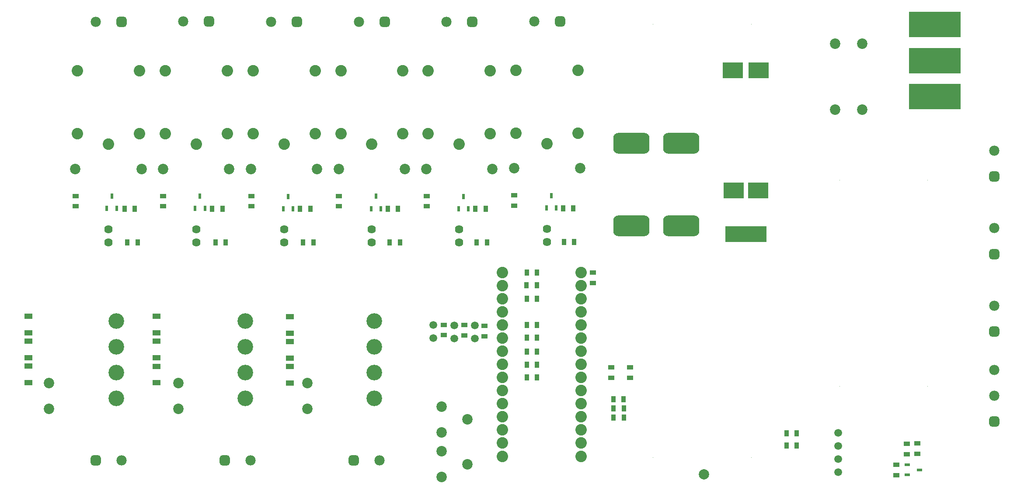
<source format=gbs>
G04*
G04 #@! TF.GenerationSoftware,Altium Limited,Altium Designer,22.10.1 (41)*
G04*
G04 Layer_Color=16711935*
%FSLAX44Y44*%
%MOMM*%
G71*
G04*
G04 #@! TF.SameCoordinates,C9FDC906-5936-4CD8-A4FC-E9511144A6E8*
G04*
G04*
G04 #@! TF.FilePolarity,Negative*
G04*
G01*
G75*
%ADD18R,1.6200X1.0200*%
%ADD20C,2.0200*%
%ADD21C,2.0032*%
%ADD22R,10.0200X5.0200*%
%ADD24C,1.5200*%
%ADD25R,0.0200X0.0200*%
%ADD26C,1.6200*%
%ADD27C,2.2200*%
%ADD28C,1.9700*%
G04:AMPARAMS|DCode=29|XSize=1.97mm|YSize=1.97mm|CornerRadius=0.4975mm|HoleSize=0mm|Usage=FLASHONLY|Rotation=90.000|XOffset=0mm|YOffset=0mm|HoleType=Round|Shape=RoundedRectangle|*
%AMROUNDEDRECTD29*
21,1,1.9700,0.9750,0,0,90.0*
21,1,0.9750,1.9700,0,0,90.0*
1,1,0.9950,0.4875,0.4875*
1,1,0.9950,0.4875,-0.4875*
1,1,0.9950,-0.4875,-0.4875*
1,1,0.9950,-0.4875,0.4875*
%
%ADD29ROUNDEDRECTD29*%
%ADD30C,3.0200*%
G04:AMPARAMS|DCode=31|XSize=1.97mm|YSize=1.97mm|CornerRadius=0.4975mm|HoleSize=0mm|Usage=FLASHONLY|Rotation=0.000|XOffset=0mm|YOffset=0mm|HoleType=Round|Shape=RoundedRectangle|*
%AMROUNDEDRECTD31*
21,1,1.9700,0.9750,0,0,0.0*
21,1,0.9750,1.9700,0,0,0.0*
1,1,0.9950,0.4875,-0.4875*
1,1,0.9950,-0.4875,-0.4875*
1,1,0.9950,-0.4875,0.4875*
1,1,0.9950,0.4875,0.4875*
%
%ADD31ROUNDEDRECTD31*%
%ADD56R,0.8300X1.2800*%
%ADD57R,1.0200X0.6200*%
%ADD58R,1.2800X0.8300*%
%ADD59R,0.6200X1.0200*%
G04:AMPARAMS|DCode=60|XSize=4.02mm|YSize=7.02mm|CornerRadius=1.01mm|HoleSize=0mm|Usage=FLASHONLY|Rotation=90.000|XOffset=0mm|YOffset=0mm|HoleType=Round|Shape=RoundedRectangle|*
%AMROUNDEDRECTD60*
21,1,4.0200,5.0000,0,0,90.0*
21,1,2.0000,7.0200,0,0,90.0*
1,1,2.0200,2.5000,1.0000*
1,1,2.0200,2.5000,-1.0000*
1,1,2.0200,-2.5000,-1.0000*
1,1,2.0200,-2.5000,1.0000*
%
%ADD60ROUNDEDRECTD60*%
%ADD61R,4.0200X3.0200*%
%ADD62R,8.0200X3.0200*%
D18*
X45400Y354600D02*
D03*
Y322600D02*
D03*
Y258000D02*
D03*
Y226000D02*
D03*
X293000Y273900D02*
D03*
Y305900D02*
D03*
X551500Y224600D02*
D03*
Y256600D02*
D03*
X293200Y322400D02*
D03*
Y354400D02*
D03*
X45300Y306200D02*
D03*
Y274200D02*
D03*
X551501Y305371D02*
D03*
Y273370D02*
D03*
Y321750D02*
D03*
Y353750D02*
D03*
X293000Y225400D02*
D03*
Y257400D02*
D03*
D20*
X1607000Y755000D02*
D03*
Y883000D02*
D03*
X1659300Y754700D02*
D03*
Y882700D02*
D03*
X895000Y67700D02*
D03*
X845000Y92700D02*
D03*
Y42700D02*
D03*
X895000Y154300D02*
D03*
X845000Y179300D02*
D03*
Y129300D02*
D03*
X985300Y641000D02*
D03*
X1113300D02*
D03*
X646000Y640000D02*
D03*
X774000D02*
D03*
X476000D02*
D03*
X604000D02*
D03*
X306000D02*
D03*
X434000D02*
D03*
X85000Y175000D02*
D03*
Y225000D02*
D03*
X335000D02*
D03*
Y175000D02*
D03*
X585000Y225000D02*
D03*
Y175000D02*
D03*
X264000Y640000D02*
D03*
X136000D02*
D03*
X943264Y640100D02*
D03*
X815264D02*
D03*
D21*
X1352900Y47900D02*
D03*
D22*
X1800000Y780000D02*
D03*
Y850000D02*
D03*
Y920000D02*
D03*
D24*
X1613200Y128300D02*
D03*
Y102900D02*
D03*
Y77500D02*
D03*
Y52100D02*
D03*
X869543Y336800D02*
D03*
Y311400D02*
D03*
X828900Y337600D02*
D03*
Y312200D02*
D03*
X909800Y336400D02*
D03*
Y311000D02*
D03*
D25*
X1616700Y617900D02*
D03*
Y217900D02*
D03*
X1786700Y617900D02*
D03*
Y217900D02*
D03*
X1445000Y920000D02*
D03*
X1255000D02*
D03*
X1445000Y80000D02*
D03*
X1255000D02*
D03*
D26*
X370000Y497300D02*
D03*
Y522700D02*
D03*
X200000Y497300D02*
D03*
Y522700D02*
D03*
X540000Y497300D02*
D03*
Y522700D02*
D03*
X710000Y497300D02*
D03*
Y522700D02*
D03*
X1049300Y498300D02*
D03*
Y523700D02*
D03*
X879264Y497400D02*
D03*
Y522800D02*
D03*
D27*
X1115200Y108420D02*
D03*
Y82975D02*
D03*
Y133865D02*
D03*
Y159310D02*
D03*
Y286535D02*
D03*
Y311980D02*
D03*
Y337425D02*
D03*
Y362870D02*
D03*
Y388315D02*
D03*
Y413760D02*
D03*
Y439205D02*
D03*
X962530D02*
D03*
Y413760D02*
D03*
Y388315D02*
D03*
Y362870D02*
D03*
Y337425D02*
D03*
Y311980D02*
D03*
Y286535D02*
D03*
Y261090D02*
D03*
Y235645D02*
D03*
Y210200D02*
D03*
Y184755D02*
D03*
Y159310D02*
D03*
Y133865D02*
D03*
Y108420D02*
D03*
Y82975D02*
D03*
X1115200Y184755D02*
D03*
Y210200D02*
D03*
Y235645D02*
D03*
Y261090D02*
D03*
X770000Y708000D02*
D03*
X650000Y830000D02*
D03*
Y708000D02*
D03*
X710000Y688000D02*
D03*
X770000Y830000D02*
D03*
X1109300Y709000D02*
D03*
X989300Y831000D02*
D03*
Y709000D02*
D03*
X1049300Y689000D02*
D03*
X1109300Y831000D02*
D03*
X939264Y708100D02*
D03*
X819264Y830100D02*
D03*
Y708100D02*
D03*
X879264Y688100D02*
D03*
X939264Y830100D02*
D03*
X430000Y708000D02*
D03*
X310000Y830000D02*
D03*
Y708000D02*
D03*
X370000Y688000D02*
D03*
X430000Y830000D02*
D03*
X600000D02*
D03*
X540000Y688000D02*
D03*
X480000Y708000D02*
D03*
Y830000D02*
D03*
X600000Y708000D02*
D03*
X260000Y830000D02*
D03*
X200000Y688000D02*
D03*
X140000Y708000D02*
D03*
Y830000D02*
D03*
X260000Y708000D02*
D03*
D28*
X1915000Y199998D02*
D03*
Y249997D02*
D03*
Y674997D02*
D03*
X474997Y75000D02*
D03*
X224998D02*
D03*
X854267Y925100D02*
D03*
X1024303Y926000D02*
D03*
X685003Y925000D02*
D03*
X515003D02*
D03*
X345003Y925500D02*
D03*
X175002Y925000D02*
D03*
X724997Y75000D02*
D03*
X1915000Y374997D02*
D03*
Y524997D02*
D03*
D29*
Y149998D02*
D03*
Y624998D02*
D03*
Y324998D02*
D03*
Y474998D02*
D03*
D30*
X215000Y195000D02*
D03*
Y345000D02*
D03*
Y295000D02*
D03*
Y245000D02*
D03*
X465000Y195000D02*
D03*
Y345000D02*
D03*
Y295000D02*
D03*
Y245000D02*
D03*
X715000Y195000D02*
D03*
Y345000D02*
D03*
Y295000D02*
D03*
Y245000D02*
D03*
D31*
X424998Y75000D02*
D03*
X174998D02*
D03*
X904267Y925100D02*
D03*
X1074302Y926000D02*
D03*
X735002Y925000D02*
D03*
X565002D02*
D03*
X395002Y925500D02*
D03*
X225002Y925000D02*
D03*
X674998Y75000D02*
D03*
D56*
X1197930Y158298D02*
D03*
X1177930D02*
D03*
X1198030Y176098D02*
D03*
X1178030D02*
D03*
X1177630Y193802D02*
D03*
X1197630D02*
D03*
X1512900Y127299D02*
D03*
X1532900D02*
D03*
X1512900Y104002D02*
D03*
X1532900D02*
D03*
X570900Y562402D02*
D03*
X590900D02*
D03*
X910264Y562502D02*
D03*
X930264D02*
D03*
X400900Y562402D02*
D03*
X420900D02*
D03*
X740800D02*
D03*
X760800D02*
D03*
X1080200Y563402D02*
D03*
X1100200D02*
D03*
X231000Y562402D02*
D03*
X251000D02*
D03*
X1030000Y439113D02*
D03*
X1010000D02*
D03*
X1029700Y414198D02*
D03*
X1009700D02*
D03*
X1030000Y388298D02*
D03*
X1010000D02*
D03*
Y337425D02*
D03*
X1030000D02*
D03*
Y312698D02*
D03*
X1010000D02*
D03*
X912944Y497602D02*
D03*
X932944D02*
D03*
X1081800Y498502D02*
D03*
X1101800D02*
D03*
X744600Y497502D02*
D03*
X764600D02*
D03*
X576900D02*
D03*
X596900D02*
D03*
X407063D02*
D03*
X427063D02*
D03*
X236500D02*
D03*
X256500D02*
D03*
X1030000Y235898D02*
D03*
X1010000D02*
D03*
X1030000Y285798D02*
D03*
X1010000D02*
D03*
X1030000Y260198D02*
D03*
X1010000D02*
D03*
D57*
X1746402Y47200D02*
D03*
Y66200D02*
D03*
X1770402Y56700D02*
D03*
D58*
X1746102Y87000D02*
D03*
Y107000D02*
D03*
X1725502Y46500D02*
D03*
Y66500D02*
D03*
X815966Y587600D02*
D03*
Y567600D02*
D03*
X476402Y587500D02*
D03*
Y567500D02*
D03*
X646002Y587500D02*
D03*
Y567500D02*
D03*
X985702Y588500D02*
D03*
Y568500D02*
D03*
X1209898Y235000D02*
D03*
Y255000D02*
D03*
X1173902Y235000D02*
D03*
Y255000D02*
D03*
X1138198Y418900D02*
D03*
Y438900D02*
D03*
X889502Y317083D02*
D03*
Y337083D02*
D03*
X928402Y335600D02*
D03*
Y315600D02*
D03*
X849102Y317800D02*
D03*
Y337800D02*
D03*
X1766103Y87600D02*
D03*
Y107600D02*
D03*
X306002Y567500D02*
D03*
Y587500D02*
D03*
X136402Y567500D02*
D03*
Y587500D02*
D03*
D59*
X897064Y562600D02*
D03*
X878064D02*
D03*
X887564Y586600D02*
D03*
X215800Y563100D02*
D03*
X196800D02*
D03*
X206300Y587100D02*
D03*
X386700Y563100D02*
D03*
X367700D02*
D03*
X377200Y587100D02*
D03*
X557500Y562600D02*
D03*
X538500D02*
D03*
X548000Y586600D02*
D03*
X727700Y563000D02*
D03*
X708700D02*
D03*
X718200Y587000D02*
D03*
X1067000Y564000D02*
D03*
X1048000D02*
D03*
X1057500Y588000D02*
D03*
D60*
X1308942Y530000D02*
D03*
X1212942D02*
D03*
Y690000D02*
D03*
X1308942D02*
D03*
D61*
X1458300Y598200D02*
D03*
X1459300Y831200D02*
D03*
X1409300D02*
D03*
X1410300Y598200D02*
D03*
D62*
X1434300Y513200D02*
D03*
M02*

</source>
